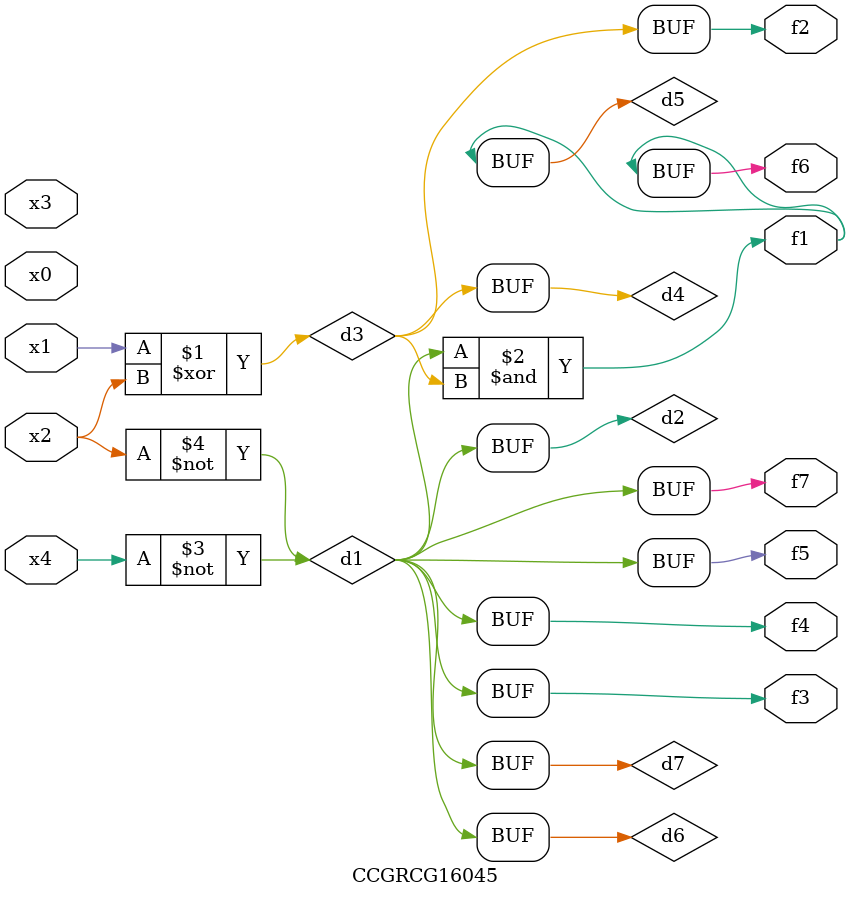
<source format=v>
module CCGRCG16045(
	input x0, x1, x2, x3, x4,
	output f1, f2, f3, f4, f5, f6, f7
);

	wire d1, d2, d3, d4, d5, d6, d7;

	not (d1, x4);
	not (d2, x2);
	xor (d3, x1, x2);
	buf (d4, d3);
	and (d5, d1, d3);
	buf (d6, d1, d2);
	buf (d7, d2);
	assign f1 = d5;
	assign f2 = d4;
	assign f3 = d7;
	assign f4 = d7;
	assign f5 = d7;
	assign f6 = d5;
	assign f7 = d7;
endmodule

</source>
